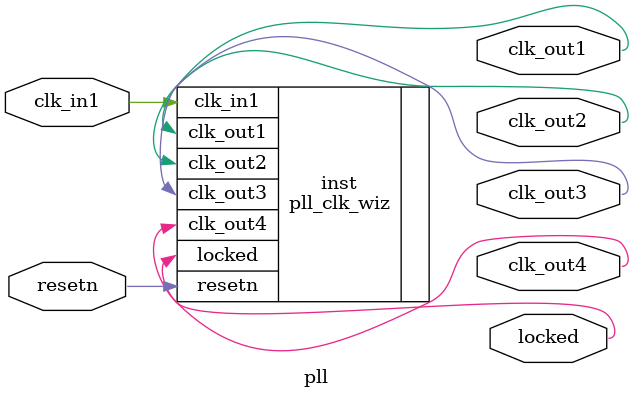
<source format=v>


`timescale 1ps/1ps

(* CORE_GENERATION_INFO = "pll,clk_wiz_v6_0_2_0_0,{component_name=pll,use_phase_alignment=true,use_min_o_jitter=false,use_max_i_jitter=false,use_dyn_phase_shift=false,use_inclk_switchover=false,use_dyn_reconfig=false,enable_axi=0,feedback_source=FDBK_AUTO,PRIMITIVE=PLL,num_out_clk=4,clkin1_period=20.000,clkin2_period=10.0,use_power_down=false,use_reset=true,use_locked=true,use_inclk_stopped=false,feedback_type=SINGLE,CLOCK_MGR_TYPE=NA,manual_override=false}" *)

module pll 
 (
  // Clock out ports
  output        clk_out1,
  output        clk_out2,
  output        clk_out3,
  output        clk_out4,
  // Status and control signals
  input         resetn,
  output        locked,
 // Clock in ports
  input         clk_in1
 );

  pll_clk_wiz inst
  (
  // Clock out ports  
  .clk_out1(clk_out1),
  .clk_out2(clk_out2),
  .clk_out3(clk_out3),
  .clk_out4(clk_out4),
  // Status and control signals               
  .resetn(resetn), 
  .locked(locked),
 // Clock in ports
  .clk_in1(clk_in1)
  );

endmodule

</source>
